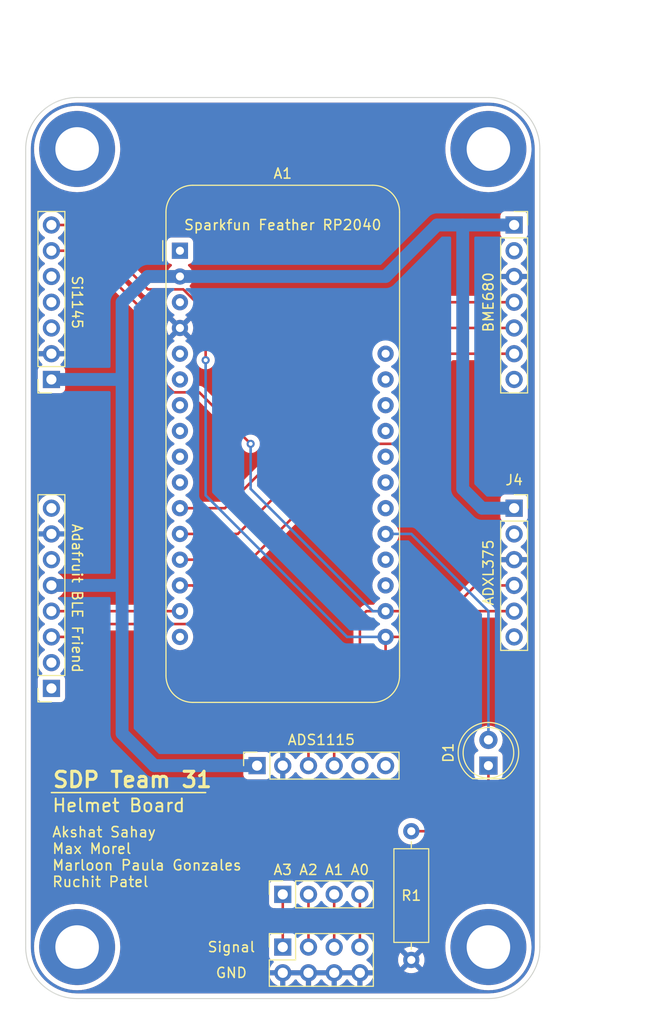
<source format=kicad_pcb>
(kicad_pcb (version 20211014) (generator pcbnew)
  (layers (0 "F.Cu" signal) (31 "B.Cu" signal) (34 "B.Paste" user) (35 "F.Paste" user) (36 "B.SilkS" user "B.Silkscreen") (37 "F.SilkS" user "F.Silkscreen") (38 "B.Mask" user) (39 "F.Mask" user) (44 "Edge.Cuts" user))
  (net 0 "")
  (net 9 "/SCK")
  (net 10 "/SDO")
  (net 11 "/SDI")
  (net 12 "/TX")
  (net 13 "/RX")
  (net 15 "/SDA")
  (net 16 "/SCL")
  (net 19 "Net-(A1-Pad21)")
  (net 27 "Net-(D1-Pad1)")
  (net 28 "+3V3")
  (net 30 "GND")
  (net 31 "/CS")
  (net 39 "/A3")
  (net 40 "/A2")
  (net 41 "/A1")
  (net 42 "/A0")
  (footprint "MountingHole:MountingHole_4.3mm_M4_DIN965_Pad" (layer "F.Cu") (at 142.24 63.5)
    (fp_text reference "REF**" hide)
    (fp_text value "Hole")
    (pad "1" thru_hole circle (at 0 0) (size 7.5 7.5) (drill 4.3) (layers *.Cu *.Mask))
  )
  (footprint "Connector_PinSocket_2.54mm:PinSocket_1x06_P2.54mm_Vertical" (layer "F.Cu") (at 185.42 98.94)
    (fp_text reference "J4" (at 0 -2.77) (layer "F.SilkS"))
    (fp_text value "ADXL345")
    (fp_line (start 1.33 1.27) (end 1.33 14.03) (layer "F.SilkS") (width 0.12))
    (fp_line (start 0 -1.33) (end 1.33 -1.33) (layer "F.SilkS") (width 0.12))
    (fp_line (start 1.33 -1.33) (end 1.33 0) (layer "F.SilkS") (width 0.12))
    (fp_line (start -1.33 1.27) (end 1.33 1.27) (layer "F.SilkS") (width 0.12))
    (fp_line (start -1.33 1.27) (end -1.33 14.03) (layer "F.SilkS") (width 0.12))
    (fp_line (start -1.33 14.03) (end 1.33 14.03) (layer "F.SilkS") (width 0.12))
    (pad "1" thru_hole rect (at 0 0) (size 1.7 1.7) (drill 1) (layers *.Cu *.Mask) (net 28 "+3V3"))
    (pad "2" thru_hole oval (at 0 2.54) (size 1.7 1.7) (drill 1) (layers *.Cu *.Mask))
    (pad "3" thru_hole oval (at 0 5.08) (size 1.7 1.7) (drill 1) (layers *.Cu *.Mask) (net 30 "GND"))
    (pad "4" thru_hole oval (at 0 7.62) (size 1.7 1.7) (drill 1) (layers *.Cu *.Mask) (net 16 "/SCL"))
    (pad "5" thru_hole oval (at 0 10.16) (size 1.7 1.7) (drill 1) (layers *.Cu *.Mask) (net 15 "/SDA"))
    (pad "6" thru_hole oval (at 0 12.7) (size 1.7 1.7) (drill 1) (layers *.Cu *.Mask))
  )
  (footprint "Connector_PinSocket_2.54mm:PinSocket_1x07_P2.54mm_Vertical" (layer "F.Cu") (at 139.7 86.24 180)
    (fp_text reference "J2" hide)
    (fp_text value "Si1145")
    (fp_line (start -1.33 16.57) (end 1.33 16.57) (layer "F.SilkS") (width 0.12))
    (fp_line (start 1.33 -1.33) (end 1.33 0) (layer "F.SilkS") (width 0.12))
    (fp_line (start -1.33 1.27) (end 1.33 1.27) (layer "F.SilkS") (width 0.12))
    (fp_line (start 1.33 1.27) (end 1.33 16.57) (layer "F.SilkS") (width 0.12))
    (fp_line (start -1.33 1.27) (end -1.33 16.57) (layer "F.SilkS") (width 0.12))
    (fp_line (start 0 -1.33) (end 1.33 -1.33) (layer "F.SilkS") (width 0.12))
    (pad "1" thru_hole rect (at 0 0 180) (size 1.7 1.7) (drill 1) (layers *.Cu *.Mask) (net 28 "+3V3"))
    (pad "2" thru_hole oval (at 0 2.54 180) (size 1.7 1.7) (drill 1) (layers *.Cu *.Mask) (net 30 "GND"))
    (pad "3" thru_hole oval (at 0 5.08 180) (size 1.7 1.7) (drill 1) (layers *.Cu *.Mask))
    (pad "4" thru_hole oval (at 0 7.62 180) (size 1.7 1.7) (drill 1) (layers *.Cu *.Mask))
    (pad "5" thru_hole oval (at 0 10.16 180) (size 1.7 1.7) (drill 1) (layers *.Cu *.Mask))
    (pad "6" thru_hole oval (at 0 12.7 180) (size 1.7 1.7) (drill 1) (layers *.Cu *.Mask) (net 16 "/SCL"))
    (pad "7" thru_hole oval (at 0 15.24 180) (size 1.7 1.7) (drill 1) (layers *.Cu *.Mask) (net 15 "/SDA"))
  )
  (footprint "MountingHole:MountingHole_4.3mm_M4_DIN965_Pad" (layer "F.Cu") (at 182.88 142.24)
    (fp_text reference "REF**" hide)
    (fp_text value "Hole")
    (pad "1" thru_hole circle (at 0 0) (size 7.5 7.5) (drill 4.3) (layers *.Cu *.Mask))
  )
  (footprint "MountingHole:MountingHole_4.3mm_M4_DIN965_Pad" (layer "F.Cu") (at 142.24 142.24)
    (fp_text reference "REF**" hide)
    (fp_text value "Hole")
    (pad "1" thru_hole circle locked (at 0 0) (size 7.5 7.5) (drill 4.3) (layers *.Cu *.Mask))
  )
  (footprint "Connector_PinSocket_2.54mm:PinSocket_1x08_P2.54mm_Vertical" (layer "F.Cu") (at 139.7 116.72 180)
    (fp_text reference "J6" hide)
    (fp_text value "BLE Friend")
    (fp_line (start 1.33 1.27) (end 1.33 19.11) (layer "F.SilkS") (width 0.12))
    (fp_line (start 0 -1.33) (end 1.33 -1.33) (layer "F.SilkS") (width 0.12))
    (fp_line (start -1.33 19.11) (end 1.33 19.11) (layer "F.SilkS") (width 0.12))
    (fp_line (start -1.33 1.27) (end -1.33 19.11) (layer "F.SilkS") (width 0.12))
    (fp_line (start 1.33 -1.33) (end 1.33 0) (layer "F.SilkS") (width 0.12))
    (fp_line (start -1.33 1.27) (end 1.33 1.27) (layer "F.SilkS") (width 0.12))
    (pad "1" thru_hole rect (at 0 0 180) (size 1.7 1.7) (drill 1) (layers *.Cu *.Mask))
    (pad "2" thru_hole oval (at 0 2.54 180) (size 1.7 1.7) (drill 1) (layers *.Cu *.Mask))
    (pad "3" thru_hole oval (at 0 5.08 180) (size 1.7 1.7) (drill 1) (layers *.Cu *.Mask) (net 12 "/TX"))
    (pad "4" thru_hole oval (at 0 7.62 180) (size 1.7 1.7) (drill 1) (layers *.Cu *.Mask) (net 13 "/RX"))
    (pad "5" thru_hole oval (at 0 10.16 180) (size 1.7 1.7) (drill 1) (layers *.Cu *.Mask) (net 28 "+3V3"))
    (pad "6" thru_hole oval (at 0 12.7 180) (size 1.7 1.7) (drill 1) (layers *.Cu *.Mask))
    (pad "7" thru_hole oval (at 0 15.24 180) (size 1.7 1.7) (drill 1) (layers *.Cu *.Mask) (net 30 "GND"))
    (pad "8" thru_hole oval (at 0 17.78 180) (size 1.7 1.7) (drill 1) (layers *.Cu *.Mask))
  )
  (footprint "Connector_PinSocket_2.54mm:PinSocket_1x06_P2.54mm_Vertical" (layer "F.Cu") (at 160.02 124.34 90)
    (fp_text reference "J3" hide)
    (fp_text value "ADS1115_1")
    (fp_line (start 1.33 1.27) (end 1.33 14.03) (layer "F.SilkS") (width 0.12))
    (fp_line (start 0 -1.33) (end 1.33 -1.33) (layer "F.SilkS") (width 0.12))
    (fp_line (start -1.33 1.27) (end 1.33 1.27) (layer "F.SilkS") (width 0.12))
    (fp_line (start -1.33 14.03) (end 1.33 14.03) (layer "F.SilkS") (width 0.12))
    (fp_line (start -1.33 1.27) (end -1.33 14.03) (layer "F.SilkS") (width 0.12))
    (fp_line (start 1.33 -1.33) (end 1.33 0) (layer "F.SilkS") (width 0.12))
    (pad "1" thru_hole rect (at 0 0 90) (size 1.7 1.7) (drill 1) (layers *.Cu *.Mask) (net 28 "+3V3"))
    (pad "2" thru_hole oval (at 0 2.54 90) (size 1.7 1.7) (drill 1) (layers *.Cu *.Mask) (net 30 "GND"))
    (pad "3" thru_hole oval (at 0 5.08 90) (size 1.7 1.7) (drill 1) (layers *.Cu *.Mask) (net 16 "/SCL"))
    (pad "4" thru_hole oval (at 0 7.62 90) (size 1.7 1.7) (drill 1) (layers *.Cu *.Mask) (net 15 "/SDA"))
    (pad "5" thru_hole oval (at 0 10.16 90) (size 1.7 1.7) (drill 1) (layers *.Cu *.Mask))
    (pad "6" thru_hole oval (at 0 12.7 90) (size 1.7 1.7) (drill 1) (layers *.Cu *.Mask))
  )
  (footprint "LED_THT:LED_D5.0mm" (layer "F.Cu") (at 182.88 124.34 90)
    (fp_text reference "D1" (at 1.27 -3.96 90) (layer "F.SilkS"))
    (fp_text value "LED")
    (fp_line (start -1.29 -1.545) (end -1.29 1.545) (layer "F.SilkS") (width 0.12))
    (fp_arc (start 4.26 -0.000462) (mid 2.072002 2.880433) (end -1.29 1.54483) (layer "F.SilkS") (width 0.12))
    (fp_arc (start -1.29 -1.54483) (mid 2.072002 -2.880433) (end 4.26 0.000462) (layer "F.SilkS") (width 0.12))
    (fp_circle (center 1.27 0) (end 3.77 0) (layer "F.SilkS") (width 0.12) (fill none))
    (pad "1" thru_hole rect (at 0 0 90) (size 1.8 1.8) (drill 0.9) (layers *.Cu *.Mask) (net 27 "Net-(D1-Pad1)"))
    (pad "2" thru_hole circle (at 2.54 0 90) (size 1.8 1.8) (drill 0.9) (layers *.Cu *.Mask) (net 19 "Net-(A1-Pad21)"))
  )
  (footprint "Connector_PinSocket_2.54mm:PinSocket_1x04_P2.54mm_Vertical" (layer "F.Cu") (at 162.56 137.04 90)
    (fp_text reference "J7" hide)
    (fp_text value "ADS1115_3")
    (fp_line (start 1.33 -1.33) (end 1.33 0) (layer "F.SilkS") (width 0.12))
    (fp_line (start -1.33 1.27) (end 1.33 1.27) (layer "F.SilkS") (width 0.12))
    (fp_line (start -1.33 8.95) (end 1.33 8.95) (layer "F.SilkS") (width 0.12))
    (fp_line (start 0 -1.33) (end 1.33 -1.33) (layer "F.SilkS") (width 0.12))
    (fp_line (start 1.33 1.27) (end 1.33 8.95) (layer "F.SilkS") (width 0.12))
    (fp_line (start -1.33 1.27) (end -1.33 8.95) (layer "F.SilkS") (width 0.12))
    (pad "1" thru_hole rect (at 0 0 90) (size 1.7 1.7) (drill 1) (layers *.Cu *.Mask) (net 39 "/A3"))
    (pad "2" thru_hole oval (at 0 2.54 90) (size 1.7 1.7) (drill 1) (layers *.Cu *.Mask) (net 40 "/A2"))
    (pad "3" thru_hole oval (at 0 5.08 90) (size 1.7 1.7) (drill 1) (layers *.Cu *.Mask) (net 41 "/A1"))
    (pad "4" thru_hole oval (at 0 7.62 90) (size 1.7 1.7) (drill 1) (layers *.Cu *.Mask) (net 42 "/A0"))
  )
  (footprint "Resistor_THT:R_Axial_DIN0309_L9.0mm_D3.2mm_P12.70mm_Horizontal" (layer "F.Cu") (at 175.26 143.51 90)
    (fp_text reference "R1" (at 6.35 0 180) (layer "F.SilkS"))
    (fp_text value "R")
    (fp_line (start 10.97 -1.72) (end 1.73 -1.72) (layer "F.SilkS") (width 0.12))
    (fp_line (start 11.66 0) (end 10.97 0) (layer "F.SilkS") (width 0.12))
    (fp_line (start 1.04 0) (end 1.73 0) (layer "F.SilkS") (width 0.12))
    (fp_line (start 10.97 1.72) (end 10.97 -1.72) (layer "F.SilkS") (width 0.12))
    (fp_line (start 1.73 -1.72) (end 1.73 1.72) (layer "F.SilkS") (width 0.12))
    (fp_line (start 1.73 1.72) (end 10.97 1.72) (layer "F.SilkS") (width 0.12))
    (pad "1" thru_hole circle (at 0 0 90) (size 1.6 1.6) (drill 0.8) (layers *.Cu *.Mask) (net 30 "GND"))
    (pad "2" thru_hole oval (at 12.7 0 90) (size 1.6 1.6) (drill 0.8) (layers *.Cu *.Mask) (net 27 "Net-(D1-Pad1)"))
  )
  (footprint "Connector_PinSocket_2.54mm:PinSocket_1x07_P2.54mm_Vertical" (layer "F.Cu") (at 185.42 71)
    (fp_text reference "J1" hide)
    (fp_text value "BME688")
    (fp_line (start -1.33 1.27) (end -1.33 16.57) (layer "F.SilkS") (width 0.12))
    (fp_line (start 1.33 1.27) (end 1.33 16.57) (layer "F.SilkS") (width 0.12))
    (fp_line (start 0 -1.33) (end 1.33 -1.33) (layer "F.SilkS") (width 0.12))
    (fp_line (start -1.33 16.57) (end 1.33 16.57) (layer "F.SilkS") (width 0.12))
    (fp_line (start 1.33 -1.33) (end 1.33 0) (layer "F.SilkS") (width 0.12))
    (fp_line (start -1.33 1.27) (end 1.33 1.27) (layer "F.SilkS") (width 0.12))
    (pad "1" thru_hole rect (at 0 0) (size 1.7 1.7) (drill 1) (layers *.Cu *.Mask) (net 28 "+3V3"))
    (pad "2" thru_hole oval (at 0 2.54) (size 1.7 1.7) (drill 1) (layers *.Cu *.Mask))
    (pad "3" thru_hole oval (at 0 5.08) (size 1.7 1.7) (drill 1) (layers *.Cu *.Mask) (net 30 "GND"))
    (pad "4" thru_hole oval (at 0 7.62) (size 1.7 1.7) (drill 1) (layers *.Cu *.Mask) (net 9 "/SCK"))
    (pad "5" thru_hole oval (at 0 10.16) (size 1.7 1.7) (drill 1) (layers *.Cu *.Mask) (net 10 "/SDO"))
    (pad "6" thru_hole oval (at 0 12.7) (size 1.7 1.7) (drill 1) (layers *.Cu *.Mask) (net 11 "/SDI"))
    (pad "7" thru_hole oval (at 0 15.24) (size 1.7 1.7) (drill 1) (layers *.Cu *.Mask) (net 31 "/CS"))
  )
  (footprint "MountingHole:MountingHole_4.3mm_M4_DIN965_Pad" (layer "F.Cu") (at 182.88 63.5)
    (fp_text reference "REF**" hide)
    (fp_text value "Hole")
    (pad "1" thru_hole circle locked (at 0 0) (size 7.5 7.5) (drill 4.3) (layers *.Cu *.Mask))
  )
  (footprint "Connector_PinSocket_2.54mm:PinSocket_2x04_P2.54mm_Vertical" (layer "F.Cu") (at 162.56 142.24 90)
    (fp_text reference "J5" hide)
    (fp_text value "ADS1115_2")
    (fp_line (start 0 -1.33) (end 1.33 -1.33) (layer "F.SilkS") (width 0.12))
    (fp_line (start -1.27 -1.33) (end -1.27 1.27) (layer "F.SilkS") (width 0.12))
    (fp_line (start 1.33 1.27) (end 1.33 8.95) (layer "F.SilkS") (width 0.12))
    (fp_line (start -3.87 -1.33) (end -3.87 8.95) (layer "F.SilkS") (width 0.12))
    (fp_line (start -3.87 8.95) (end 1.33 8.95) (layer "F.SilkS") (width 0.12))
    (fp_line (start 1.33 -1.33) (end 1.33 0) (layer "F.SilkS") (width 0.12))
    (fp_line (start -1.27 1.27) (end 1.33 1.27) (layer "F.SilkS") (width 0.12))
    (fp_line (start -3.87 -1.33) (end -1.27 -1.33) (layer "F.SilkS") (width 0.12))
    (pad "1" thru_hole rect (at 0 0 90) (size 1.7 1.7) (drill 1) (layers *.Cu *.Mask) (net 39 "/A3"))
    (pad "2" thru_hole oval (at -2.54 0 90) (size 1.7 1.7) (drill 1) (layers *.Cu *.Mask) (net 30 "GND"))
    (pad "3" thru_hole oval (at 0 2.54 90) (size 1.7 1.7) (drill 1) (layers *.Cu *.Mask) (net 40 "/A2"))
    (pad "4" thru_hole oval (at -2.54 2.54 90) (size 1.7 1.7) (drill 1) (layers *.Cu *.Mask) (net 30 "GND"))
    (pad "5" thru_hole oval (at 0 5.08 90) (size 1.7 1.7) (drill 1) (layers *.Cu *.Mask) (net 41 "/A1"))
    (pad "6" thru_hole oval (at -2.54 5.08 90) (size 1.7 1.7) (drill 1) (layers *.Cu *.Mask) (net 30 "GND"))
    (pad "7" thru_hole oval (at 0 7.62 90) (size 1.7 1.7) (drill 1) (layers *.Cu *.Mask) (net 42 "/A0"))
    (pad "8" thru_hole oval (at -2.54 7.62 90) (size 1.7 1.7) (drill 1) (layers *.Cu *.Mask) (net 30 "GND"))
  )
  (footprint "Module:Adafruit_Feather" (layer "F.Cu") (at 152.4 73.54)
    (fp_text reference "A1" (at 10.16 -7.62) (layer "F.SilkS"))
    (fp_text value "RP2040")
    (fp_line (start 21.7 -3.81) (end 21.7 41.91) (layer "F.SilkS") (width 0.12))
    (fp_line (start 19.05 44.56) (end 1.27 44.56) (layer "F.SilkS") (width 0.12))
    (fp_line (start -1.38 -3.81) (end -1.38 41.91) (layer "F.SilkS") (width 0.12))
    (fp_line (start -1.7 1) (end -1.7 -1) (layer "F.SilkS") (width 0.12))
    (fp_line (start 19.05 -6.46) (end 1.27 -6.46) (layer "F.SilkS") (width 0.12))
    (fp_arc (start 21.7 41.91) (mid 20.923833 43.783833) (end 19.05 44.56) (layer "F.SilkS") (width 0.12))
    (fp_arc (start -1.38 -3.81) (mid -0.603833 -5.683833) (end 1.27 -6.46) (layer "F.SilkS") (width 0.12))
    (fp_arc (start 1.27 44.56) (mid -0.603833 43.783833) (end -1.38 41.91) (layer "F.SilkS") (width 0.12))
    (fp_arc (start 19.05 -6.46) (mid 20.923833 -5.683833) (end 21.7 -3.81) (layer "F.SilkS") (width 0.12))
    (pad "1" thru_hole rect (at 0 0 180) (size 1.6 1.6) (drill 0.8) (layers *.Cu *.Mask))
    (pad "2" thru_hole circle (at 0 2.54 180) (size 1.6 1.6) (drill 0.8) (layers *.Cu *.Mask) (net 28 "+3V3"))
    (pad "3" thru_hole circle (at 0 5.08 180) (size 1.6 1.6) (drill 0.8) (layers *.Cu *.Mask))
    (pad "4" thru_hole circle (at 0 7.62 180) (size 1.6 1.6) (drill 0.8) (layers *.Cu *.Mask) (net 30 "GND"))
    (pad "5" thru_hole circle (at 0 10.16 180) (size 1.6 1.6) (drill 0.8) (layers *.Cu *.Mask))
    (pad "6" thru_hole circle (at 0 12.7 180) (size 1.6 1.6) (drill 0.8) (layers *.Cu *.Mask))
    (pad "7" thru_hole circle (at 0 15.24 180) (size 1.6 1.6) (drill 0.8) (layers *.Cu *.Mask))
    (pad "8" thru_hole circle (at 0 17.78 180) (size 1.6 1.6) (drill 0.8) (layers *.Cu *.Mask))
    (pad "9" thru_hole circle (at 0 20.32 180) (size 1.6 1.6) (drill 0.8) (layers *.Cu *.Mask))
    (pad "10" thru_hole circle (at 0 22.86 180) (size 1.6 1.6) (drill 0.8) (layers *.Cu *.Mask))
    (pad "11" thru_hole circle (at 0 25.4 180) (size 1.6 1.6) (drill 0.8) (layers *.Cu *.Mask) (net 9 "/SCK"))
    (pad "12" thru_hole circle (at 0 27.94 180) (size 1.6 1.6) (drill 0.8) (layers *.Cu *.Mask) (net 10 "/SDO"))
    (pad "13" thru_hole circle (at 0 30.48 180) (size 1.6 1.6) (drill 0.8) (layers *.Cu *.Mask) (net 11 "/SDI"))
    (pad "14" thru_hole circle (at 0 33.02 180) (size 1.6 1.6) (drill 0.8) (layers *.Cu *.Mask) (net 12 "/TX"))
    (pad "15" thru_hole circle (at 0 35.56 180) (size 1.6 1.6) (drill 0.8) (layers *.Cu *.Mask) (net 13 "/RX"))
    (pad "16" thru_hole circle (at 0 38.1 180) (size 1.6 1.6) (drill 0.8) (layers *.Cu *.Mask))
    (pad "17" thru_hole circle (at 20.32 38.1 180) (size 1.6 1.6) (drill 0.8) (layers *.Cu *.Mask) (net 15 "/SDA"))
    (pad "18" thru_hole circle (at 20.32 35.56 180) (size 1.6 1.6) (drill 0.8) (layers *.Cu *.Mask) (net 16 "/SCL"))
    (pad "19" thru_hole circle (at 20.32 33.02 180) (size 1.6 1.6) (drill 0.8) (layers *.Cu *.Mask))
    (pad "20" thru_hole circle (at 20.32 30.48 180) (size 1.6 1.6) (drill 0.8) (layers *.Cu *.Mask))
    (pad "21" thru_hole circle (at 20.32 27.94 180) (size 1.6 1.6) (drill 0.8) (layers *.Cu *.Mask) (net 19 "Net-(A1-Pad21)"))
    (pad "22" thru_hole circle (at 20.32 25.4 180) (size 1.6 1.6) (drill 0.8) (layers *.Cu *.Mask))
    (pad "23" thru_hole circle (at 20.32 22.86 180) (size 1.6 1.6) (drill 0.8) (layers *.Cu *.Mask))
    (pad "24" thru_hole circle (at 20.32 20.32 180) (size 1.6 1.6) (drill 0.8) (layers *.Cu *.Mask))
    (pad "25" thru_hole circle (at 20.32 17.78 180) (size 1.6 1.6) (drill 0.8) (layers *.Cu *.Mask))
    (pad "26" thru_hole circle (at 20.32 15.24 180) (size 1.6 1.6) (drill 0.8) (layers *.Cu *.Mask))
    (pad "27" thru_hole circle (at 20.32 12.7 180) (size 1.6 1.6) (drill 0.8) (layers *.Cu *.Mask))
    (pad "28" thru_hole circle (at 20.32 10.16 180) (size 1.6 1.6) (drill 0.8) (layers *.Cu *.Mask))
  )
  (gr_line (start 139.7 127) (end 154.94 127) (layer "F.SilkS") (width 0.15))
  (gr_line (start 142.24 58.42) (end 182.88 58.42) (layer "Edge.Cuts") (width 0.1))
  (gr_arc (start 187.96 142.24) (mid 186.472102 145.832102) (end 182.88 147.32) (layer "Edge.Cuts") (width 0.1))
  (gr_line (start 137.16 142.24) (end 137.16 63.5) (layer "Edge.Cuts") (width 0.1))
  (gr_line (start 142.24 147.32) (end 182.88 147.32) (layer "Edge.Cuts") (width 0.1))
  (gr_line (start 187.96 63.5) (end 187.96 142.24) (layer "Edge.Cuts") (width 0.1))
  (gr_arc (start 182.88 58.42) (mid 186.472102 59.907898) (end 187.96 63.5) (layer "Edge.Cuts") (width 0.1))
  (gr_arc (start 142.24 147.32) (mid 138.647898 145.832102) (end 137.16 142.24) (layer "Edge.Cuts") (width 0.1))
  (gr_arc (start 137.16 63.5) (mid 138.647898 59.907898) (end 142.24 58.42) (layer "Edge.Cuts") (width 0.1))
  (gr_text "BME680" (at 182.88 78.62 90) (layer "F.SilkS") (effects (font (size 1 1))))
  (gr_text "A2" (at 165.1 134.62) (layer "F.SilkS") (effects (font (size 1 1))))
  (gr_text "ADS1115" (at 166.37 121.8) (layer "F.SilkS") (effects (font (size 1 1))))
  (gr_text "ADXL375" (at 182.88 105.29 90) (layer "F.SilkS") (effects (font (size 1 1))))
  (gr_text "Helmet Board" (at 139.7 128.27) (layer "F.SilkS") (effects (font (size 1.27 1.27) (thickness 0.1905)) (justify left)))
  (gr_text "Si1145" (at 142.24 78.62 270) (layer "F.SilkS") (effects (font (size 1 1))))
  (gr_text "Signal" (at 157.48 142.24) (layer "F.SilkS") (effects (font (size 1 1))))
  (gr_text "Sparkfun Feather RP2040" (at 162.56 71) (layer "F.SilkS") (effects (font (size 1 1))))
  (gr_text "SDP Team 31" (at 139.7 125.73) (layer "F.SilkS") (effects (font (size 1.524 1.524) (thickness 0.3048)) (justify left)))
  (gr_text "A1" (at 167.64 134.62) (layer "F.SilkS") (effects (font (size 1 1))))
  (gr_text "GND" (at 157.48 144.78) (layer "F.SilkS") (effects (font (size 1 1))))
  (gr_text "Akshat Sahay\nMax Morel\nMarloon Paula Gonzales\nRuchit Patel" (at 139.7 133.35) (layer "F.SilkS") (effects (font (size 1.016 1.016) (thickness 0.1524)) (justify left)))
  (gr_text "Adafruit BLE Friend" (at 142.24 107.83 270) (layer "F.SilkS") (effects (font (size 1 1))))
  (gr_text "A0" (at 170.18 134.62) (layer "F.SilkS") (effects (font (size 1 1))))
  (gr_text "A3" (at 162.56 134.62) (layer "F.SilkS") (effects (font (size 1 1))))
  (segment (start 156.845 98.94) (end 168.275 87.51) (width 0.254) (layer "F.Cu") (net 9))
  (segment (start 172.085 78.62) (end 185.42 78.62) (width 0.254) (layer "F.Cu") (net 9))
  (segment (start 168.275 87.51) (end 168.275 82.43) (width 0.254) (layer "F.Cu") (net 9))
  (segment (start 168.275 82.43) (end 172.085 78.62) (width 0.254) (layer "F.Cu") (net 9))
  (segment (start 152.4 98.94) (end 156.845 98.94) (width 0.254) (layer "F.Cu") (net 9))
  (segment (start 170.815 88.78) (end 170.815 83.065) (width 0.254) (layer "F.Cu") (net 10))
  (segment (start 170.815 83.065) (end 172.72 81.16) (width 0.254) (layer "F.Cu") (net 10))
  (segment (start 158.115 101.48) (end 170.815 88.78) (width 0.254) (layer "F.Cu") (net 10))
  (segment (start 172.72 81.16) (end 185.42 81.16) (width 0.254) (layer "F.Cu") (net 10))
  (segment (start 152.4 101.48) (end 158.115 101.48) (width 0.254) (layer "F.Cu") (net 10))
  (segment (start 179.07 83.7) (end 178.435 84.335) (width 0.254) (layer "F.Cu") (net 11))
  (segment (start 170.815 92.59) (end 159.385 104.02) (width 0.254) (layer "F.Cu") (net 11))
  (segment (start 185.42 83.7) (end 179.07 83.7) (width 0.254) (layer "F.Cu") (net 11))
  (segment (start 159.385 104.02) (end 152.4 104.02) (width 0.254) (layer "F.Cu") (net 11))
  (segment (start 178.435 90.05) (end 175.895 92.59) (width 0.254) (layer "F.Cu") (net 11))
  (segment (start 175.895 92.59) (end 170.815 92.59) (width 0.254) (layer "F.Cu") (net 11))
  (segment (start 178.435 84.335) (end 178.435 90.05) (width 0.254) (layer "F.Cu") (net 11))
  (segment (start 143.51 110.37) (end 142.24 111.64) (width 0.254) (layer "F.Cu") (net 12))
  (segment (start 153.67 106.56) (end 154.305 107.195) (width 0.254) (layer "F.Cu") (net 12))
  (segment (start 152.4 106.56) (end 153.67 106.56) (width 0.254) (layer "F.Cu") (net 12))
  (segment (start 154.305 107.195) (end 154.305 109.735) (width 0.254) (layer "F.Cu") (net 12))
  (segment (start 153.67 110.37) (end 143.51 110.37) (width 0.254) (layer "F.Cu") (net 12))
  (segment (start 142.24 111.64) (end 139.7 111.64) (width 0.254) (layer "F.Cu") (net 12))
  (segment (start 154.305 109.735) (end 153.67 110.37) (width 0.254) (layer "F.Cu") (net 12))
  (segment (start 139.7 109.1) (end 152.4 109.1) (width 0.254) (layer "F.Cu") (net 13))
  (segment (start 167.64 124.34) (end 167.64 119.895) (width 0.254) (layer "F.Cu") (net 15))
  (segment (start 172.72 111.64) (end 179.07 111.64) (width 0.254) (layer "F.Cu") (net 15))
  (segment (start 172.72 114.815) (end 172.72 111.64) (width 0.254) (layer "F.Cu") (net 15))
  (segment (start 142.875 71) (end 139.7 71) (width 0.254) (layer "F.Cu") (net 15))
  (segment (start 181.61 109.1) (end 185.42 109.1) (width 0.254) (layer "F.Cu") (net 15))
  (segment (start 167.64 119.895) (end 172.72 114.815) (width 0.254) (layer "F.Cu") (net 15))
  (segment (start 152.723819 77.35) (end 149.225 77.35) (width 0.254) (layer "F.Cu") (net 15))
  (segment (start 149.225 77.35) (end 142.875 71) (width 0.254) (layer "F.Cu") (net 15))
  (segment (start 179.07 111.64) (end 181.61 109.1) (width 0.254) (layer "F.Cu") (net 15))
  (segment (start 154.94 84.335) (end 154.94 79.566181) (width 0.254) (layer "F.Cu") (net 15))
  (segment (start 154.94 79.566181) (end 152.723819 77.35) (width 0.254) (layer "F.Cu") (net 15))
  (via (at 154.94 84.335) (size 0.8) (drill 0.4) (layers "F.Cu" "B.Cu") (net 15))
  (segment (start 168.91 111.64) (end 155.575 98.305) (width 0.254) (layer "B.Cu") (net 15))
  (segment (start 154.94 97.67) (end 154.94 84.335) (width 0.254) (layer "B.Cu") (net 15))
  (segment (start 155.575 98.305) (end 154.94 97.67) (width 0.254) (layer "B.Cu") (net 15))
  (segment (start 172.72 111.64) (end 168.91 111.64) (width 0.254) (layer "B.Cu") (net 15))
  (segment (start 142.875 73.54) (end 139.7 73.54) (width 0.254) (layer "F.Cu") (net 16))
  (segment (start 149.86 80.525) (end 142.875 73.54) (width 0.254) (layer "F.Cu") (net 16))
  (segment (start 149.86 85.605) (end 149.86 80.525) (width 0.254) (layer "F.Cu") (net 16))
  (segment (start 172.72 109.1) (end 179.07 109.1) (width 0.254) (layer "F.Cu") (net 16))
  (segment (start 154.305 87.51) (end 151.765 87.51) (width 0.254) (layer "F.Cu") (net 16))
  (segment (start 165.1 119.26) (end 170.18 114.18) (width 0.254) (layer "F.Cu") (net 16))
  (segment (start 151.765 87.51) (end 149.86 85.605) (width 0.254) (layer "F.Cu") (net 16))
  (segment (start 159.385 92.59) (end 154.305 87.51) (width 0.254) (layer "F.Cu") (net 16))
  (segment (start 170.815 109.1) (end 172.72 109.1) (width 0.254) (layer "F.Cu") (net 16))
  (segment (start 170.18 109.735) (end 170.815 109.1) (width 0.254) (layer "F.Cu") (net 16))
  (segment (start 170.18 114.18) (end 170.18 109.735) (width 0.254) (layer "F.Cu") (net 16))
  (segment (start 181.61 106.56) (end 185.42 106.56) (width 0.254) (layer "F.Cu") (net 16))
  (segment (start 165.1 124.34) (end 165.1 119.26) (width 0.254) (layer "F.Cu") (net 16))
  (segment (start 179.07 109.1) (end 181.61 106.56) (width 0.254) (layer "F.Cu") (net 16))
  (via (at 159.385 92.59) (size 0.8) (drill 0.4) (layers "F.Cu" "B.Cu") (net 16))
  (segment (start 172.72 109.1) (end 171.45 109.1) (width 0.254) (layer "B.Cu") (net 16))
  (segment (start 159.385 97.035) (end 159.385 92.59) (width 0.254) (layer "B.Cu") (net 16))
  (segment (start 166.37 104.02) (end 159.385 97.035) (width 0.254) (layer "B.Cu") (net 16))
  (segment (start 171.45 109.1) (end 166.37 104.02) (width 0.254) (layer "B.Cu") (net 16))
  (segment (start 182.88 109.1) (end 182.88 121.8) (width 0.254) (layer "B.Cu") (net 19))
  (segment (start 172.72 101.48) (end 175.26 101.48) (width 0.254) (layer "B.Cu") (net 19))
  (segment (start 175.26 101.48) (end 182.88 109.1) (width 0.254) (layer "B.Cu") (net 19))
  (segment (start 175.26 130.81) (end 181.61 130.81) (width 0.25) (layer "F.Cu") (net 27))
  (segment (start 182.88 129.54) (end 182.88 124.34) (width 0.25) (layer "F.Cu") (net 27))
  (segment (start 181.61 130.81) (end 182.88 129.54) (width 0.25) (layer "F.Cu") (net 27))
  (segment (start 177.8 71) (end 180.34 71) (width 1.27) (layer "B.Cu") (net 28))
  (segment (start 149.86 124.34) (end 160.02 124.34) (width 1.27) (layer "B.Cu") (net 28))
  (segment (start 139.7 106.56) (end 146.685 106.56) (width 1.27) (layer "B.Cu") (net 28))
  (segment (start 146.685 83.7) (end 146.685 78.62) (width 1.27) (layer "B.Cu") (net 28))
  (segment (start 149.225 76.08) (end 152.4 76.08) (width 1.27) (layer "B.Cu") (net 28))
  (segment (start 146.685 85.605) (end 146.685 86.24) (width 1.27) (layer "B.Cu") (net 28))
  (segment (start 180.34 71) (end 180.34 97.035) (width 1.27) (layer "B.Cu") (net 28))
  (segment (start 146.685 78.62) (end 149.225 76.08) (width 1.27) (layer "B.Cu") (net 28))
  (segment (start 146.685 105.925) (end 146.685 106.56) (width 1.27) (layer "B.Cu") (net 28))
  (segment (start 146.685 106.56) (end 146.685 121.165) (width 1.27) (layer "B.Cu") (net 28))
  (segment (start 146.685 121.165) (end 149.86 124.34) (width 1.27) (layer "B.Cu") (net 28))
  (segment (start 152.4 76.08) (end 172.72 76.08) (width 1.27) (layer "B.Cu") (net 28))
  (segment (start 180.34 97.035) (end 182.245 98.94) (width 1.27) (layer "B.Cu") (net 28))
  (segment (start 146.685 83.7) (end 146.685 85.605) (width 1.27) (layer "B.Cu") (net 28))
  (segment (start 182.245 98.94) (end 185.42 98.94) (width 1.27) (layer "B.Cu") (net 28))
  (segment (start 146.685 103.385) (end 146.685 105.925) (width 1.27) (layer "B.Cu") (net 28))
  (segment (start 180.34 71) (end 185.42 71) (width 1.27) (layer "B.Cu") (net 28))
  (segment (start 139.7 86.24) (end 146.685 86.24) (width 1.27) (layer "B.Cu") (net 28))
  (segment (start 146.685 86.24) (end 146.685 103.385) (width 1.27) (layer "B.Cu") (net 28))
  (segment (start 172.72 76.08) (end 177.8 71) (width 1.27) (layer "B.Cu") (net 28))
  (segment (start 162.56 137.04) (end 162.56 142.24) (width 0.25) (layer "F.Cu") (net 39))
  (segment (start 165.1 137.04) (end 165.1 142.24) (width 0.25) (layer "F.Cu") (net 40))
  (segment (start 167.64 137.04) (end 167.64 142.24) (width 0.25) (layer "F.Cu") (net 41))
  (segment (start 170.18 137.04) (end 170.18 142.24) (width 0.25) (layer "F.Cu") (net 42))
  (zone (net 30) (net_name "GND") (layers F&B.Cu) (connect_pads (clearance 0.508)) (min_thickness 0.254) (fill yes (thermal_gap 0.508) (thermal_bridge_width 0.508))
    (polygon (pts (xy 190.5 149.86) (xy 134.62 149.86) (xy 134.62 55.88) (xy 190.5 55.88)))
  )
)
</source>
